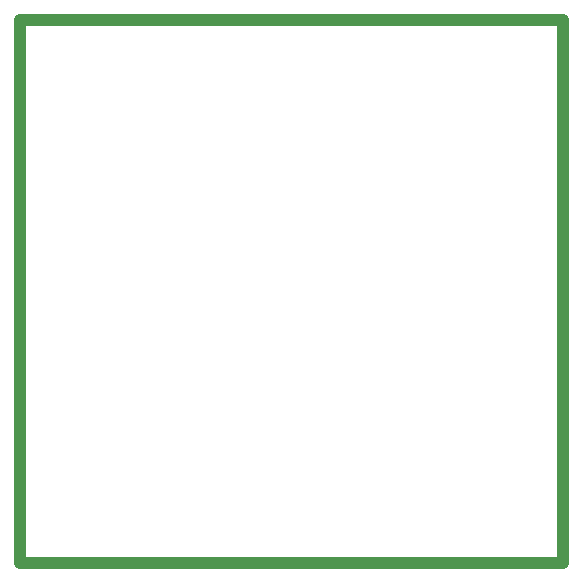
<source format=gko>
G04 Layer_Color=16711935*
%FSLAX25Y25*%
%MOIN*%
G70*
G01*
G75*
%ADD25C,0.03937*%
D25*
Y181102D02*
X181102D01*
X0Y0D02*
Y181102D01*
Y0D02*
X181102D01*
Y181102D01*
M02*

</source>
